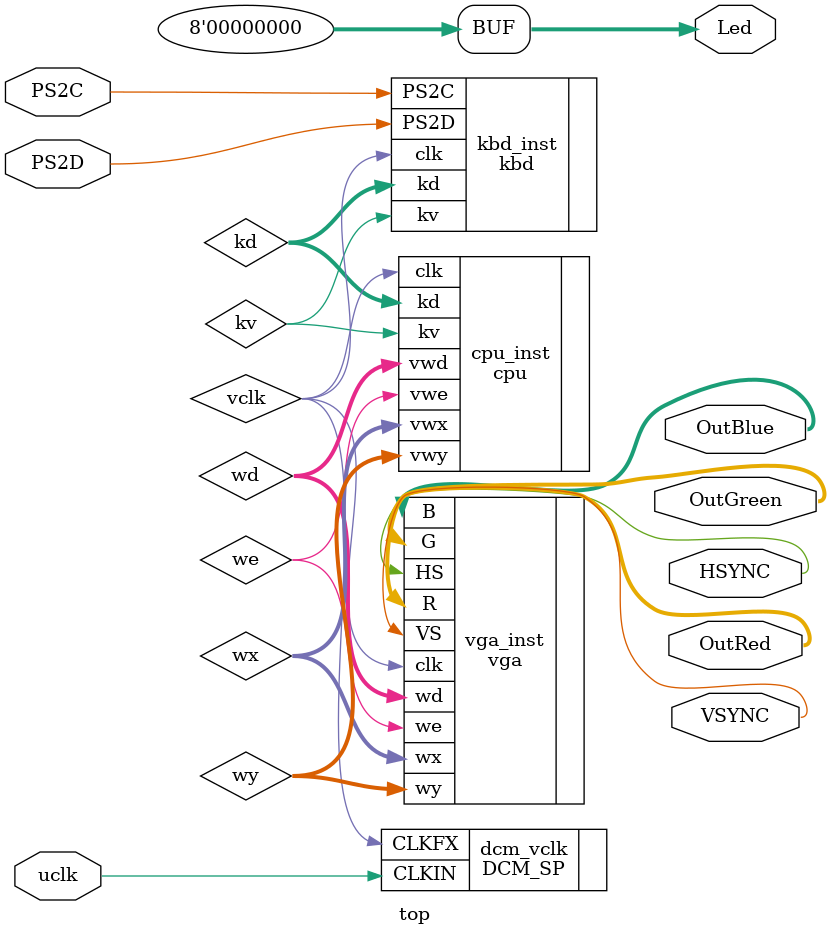
<source format=v>
module top(
	input wire PS2C,
	input wire PS2D,
	output wire [7:0] Led,
	output wire HSYNC,
	output wire VSYNC,
	output wire [2:0] OutRed,
	output wire [2:0] OutGreen,
	output wire [2:1] OutBlue,
	input wire uclk
);

wire vclk;

assign Led = 0;

wire [7:0] kd;
wire kv;

wire we;
wire [6:0] wx;
wire [4:0] wy;
wire [8:0] wd;

kbd kbd_inst (
	.PS2C(PS2C),
	.PS2D(PS2D),
	.kd(kd),
	.kv(kv),
	.clk(vclk)
);

vga vga_inst (
	.HS(HSYNC),
	.VS(VSYNC),
	.R(OutRed),
	.G(OutGreen),
	.B(OutBlue),
	.we(we),
	.wx(wx),
	.wy(wy),
	.wd(wd),
	.clk(vclk)
);

cpu cpu_inst (
	.kd(kd),
	.kv(kv),
	.vwe(we),
	.vwx(wx),
	.vwy(wy),
	.vwd(wd),
	.clk(vclk)
);

DCM_SP #(
	.CLKFX_DIVIDE(26),
	.CLKFX_MULTIPLY(23),
	.CLKIN_PERIOD(31.25),
	.CLK_FEEDBACK("NONE"),
	.STARTUP_WAIT("TRUE")
) dcm_vclk (
	.CLKFX(vclk),
	.CLKIN(uclk)
);

endmodule

</source>
